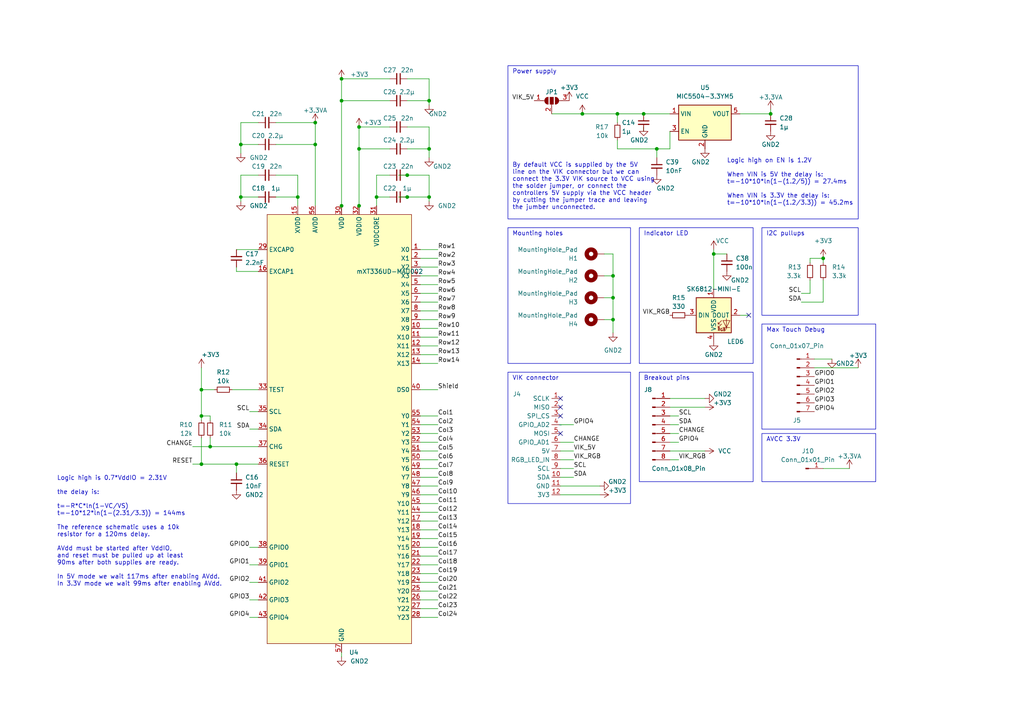
<source format=kicad_sch>
(kicad_sch (version 20250114) (generator "eeschema") (generator_version "9.0")
  (paper "A4")
  (title_block (title "Trackpad") (date "2023-12-08") (rev "1") (company "George Norton"))
  (lib_symbols
    (symbol "Connector:Conn_01x01_Pin" (pin_names (offset 1.016) (hide yes))
      (property "Reference" "J" (at 0 2.54 0))
      (property "Value" "Conn_01x01_Pin" (at 0 -2.54 0))
      (symbol "Conn_01x01_Pin_1_1"
        (rectangle (start 0.8636 0.127) (end 0 -0.127) (stroke (width 0.1524)) (fill (type outline)))
        (polyline (pts (xy 1.27 0) (xy 0.8636 0)) (stroke (width 0.1524)))
        (pin passive line (at 5.08 0 180) (length 3.81) (name "Pin_1") (number "1"))
      )
    )
    (symbol "Connector:Conn_01x07_Pin" (pin_names (offset 1.016) (hide yes))
      (property "Reference" "J" (at 0 10.16 0))
      (property "Value" "Conn_01x07_Pin" (at 0 -10.16 0))
      (symbol "Conn_01x07_Pin_1_1"
        (rectangle (start 0.8636 7.747) (end 0 7.493) (stroke (width 0.1524)) (fill (type outline)))
        (rectangle (start 0.8636 5.207) (end 0 4.953) (stroke (width 0.1524)) (fill (type outline)))
        (rectangle (start 0.8636 2.667) (end 0 2.413) (stroke (width 0.1524)) (fill (type outline)))
        (rectangle (start 0.8636 0.127) (end 0 -0.127) (stroke (width 0.1524)) (fill (type outline)))
        (rectangle (start 0.8636 -2.413) (end 0 -2.667) (stroke (width 0.1524)) (fill (type outline)))
        (rectangle (start 0.8636 -4.953) (end 0 -5.207) (stroke (width 0.1524)) (fill (type outline)))
        (rectangle (start 0.8636 -7.493) (end 0 -7.747) (stroke (width 0.1524)) (fill (type outline)))
        (polyline (pts (xy 1.27 7.62) (xy 0.8636 7.62)) (stroke (width 0.1524)))
        (polyline (pts (xy 1.27 5.08) (xy 0.8636 5.08)) (stroke (width 0.1524)))
        (polyline (pts (xy 1.27 2.54) (xy 0.8636 2.54)) (stroke (width 0.1524)))
        (polyline (pts (xy 1.27 0) (xy 0.8636 0)) (stroke (width 0.1524)))
        (polyline (pts (xy 1.27 -2.54) (xy 0.8636 -2.54)) (stroke (width 0.1524)))
        (polyline (pts (xy 1.27 -5.08) (xy 0.8636 -5.08)) (stroke (width 0.1524)))
        (polyline (pts (xy 1.27 -7.62) (xy 0.8636 -7.62)) (stroke (width 0.1524)))
        (pin passive line (at 5.08 7.62 180) (length 3.81) (name "Pin_1") (number "1"))
        (pin passive line (at 5.08 5.08 180) (length 3.81) (name "Pin_2") (number "2"))
        (pin passive line (at 5.08 2.54 180) (length 3.81) (name "Pin_3") (number "3"))
        (pin passive line (at 5.08 0 180) (length 3.81) (name "Pin_4") (number "4"))
        (pin passive line (at 5.08 -2.54 180) (length 3.81) (name "Pin_5") (number "5"))
        (pin passive line (at 5.08 -5.08 180) (length 3.81) (name "Pin_6") (number "6"))
        (pin passive line (at 5.08 -7.62 180) (length 3.81) (name "Pin_7") (number "7"))
      )
    )
    (symbol "Connector:Conn_01x08_Pin" (pin_names (offset 1.016) (hide yes))
      (property "Reference" "J" (at 0 10.16 0))
      (property "Value" "Conn_01x08_Pin" (at 0 -12.7 0))
      (symbol "Conn_01x08_Pin_1_1"
        (rectangle (start 0.8636 7.747) (end 0 7.493) (stroke (width 0.1524)) (fill (type outline)))
        (rectangle (start 0.8636 5.207) (end 0 4.953) (stroke (width 0.1524)) (fill (type outline)))
        (rectangle (start 0.8636 2.667) (end 0 2.413) (stroke (width 0.1524)) (fill (type outline)))
        (rectangle (start 0.8636 0.127) (end 0 -0.127) (stroke (width 0.1524)) (fill (type outline)))
        (rectangle (start 0.8636 -2.413) (end 0 -2.667) (stroke (width 0.1524)) (fill (type outline)))
        (rectangle (start 0.8636 -4.953) (end 0 -5.207) (stroke (width 0.1524)) (fill (type outline)))
        (rectangle (start 0.8636 -7.493) (end 0 -7.747) (stroke (width 0.1524)) (fill (type outline)))
        (rectangle (start 0.8636 -10.033) (end 0 -10.287) (stroke (width 0.1524)) (fill (type outline)))
        (polyline (pts (xy 1.27 7.62) (xy 0.8636 7.62)) (stroke (width 0.1524)))
        (polyline (pts (xy 1.27 5.08) (xy 0.8636 5.08)) (stroke (width 0.1524)))
        (polyline (pts (xy 1.27 2.54) (xy 0.8636 2.54)) (stroke (width 0.1524)))
        (polyline (pts (xy 1.27 0) (xy 0.8636 0)) (stroke (width 0.1524)))
        (polyline (pts (xy 1.27 -2.54) (xy 0.8636 -2.54)) (stroke (width 0.1524)))
        (polyline (pts (xy 1.27 -5.08) (xy 0.8636 -5.08)) (stroke (width 0.1524)))
        (polyline (pts (xy 1.27 -7.62) (xy 0.8636 -7.62)) (stroke (width 0.1524)))
        (polyline (pts (xy 1.27 -10.16) (xy 0.8636 -10.16)) (stroke (width 0.1524)))
        (pin passive line (at 5.08 7.62 180) (length 3.81) (name "Pin_1") (number "1"))
        (pin passive line (at 5.08 5.08 180) (length 3.81) (name "Pin_2") (number "2"))
        (pin passive line (at 5.08 2.54 180) (length 3.81) (name "Pin_3") (number "3"))
        (pin passive line (at 5.08 0 180) (length 3.81) (name "Pin_4") (number "4"))
        (pin passive line (at 5.08 -2.54 180) (length 3.81) (name "Pin_5") (number "5"))
        (pin passive line (at 5.08 -5.08 180) (length 3.81) (name "Pin_6") (number "6"))
        (pin passive line (at 5.08 -7.62 180) (length 3.81) (name "Pin_7") (number "7"))
        (pin passive line (at 5.08 -10.16 180) (length 3.81) (name "Pin_8") (number "8"))
      )
    )
    (symbol "Device:C_Small" (pin_numbers (hide yes)) (pin_names (offset 0.254) (hide yes))
      (property "Reference" "C" (at 0.254 1.778 0))
      (property "Value" "C_Small" (at 0.254 -2.032 0))
      (symbol "C_Small_0_1"
        (polyline (pts (xy -1.524 0.508) (xy 1.524 0.508)) (stroke (width 0.3048)))
        (polyline (pts (xy -1.524 -0.508) (xy 1.524 -0.508)) (stroke (width 0.3302)))
      )
      (symbol "C_Small_1_1"
        (pin passive line (at 0 2.54 270) (length 2.032) (name "~") (number "1"))
        (pin passive line (at 0 -2.54 90) (length 2.032) (name "~") (number "2"))
      )
    )
    (symbol "Device:R_Small" (pin_numbers (hide yes)) (pin_names (offset 0.254) (hide yes))
      (property "Reference" "R" (at 0.762 0.508 0))
      (property "Value" "R_Small" (at 0.762 -1.016 0))
      (symbol "R_Small_0_1"
        (rectangle (start -0.762 1.778) (end 0.762 -1.778) (stroke (width 0.2032)))
      )
      (symbol "R_Small_1_1"
        (pin passive line (at 0 2.54 270) (length 0.762) (name "~") (number "1"))
        (pin passive line (at 0 -2.54 90) (length 0.762) (name "~") (number "2"))
      )
    )
    (symbol "Jumper:SolderJumper_3_Open" (pin_names (offset 0) (hide yes))
      (property "Reference" "JP" (at -2.54 -2.54 0))
      (property "Value" "SolderJumper_3_Open" (at 0 2.794 0))
      (symbol "SolderJumper_3_Open_0_1"
        (polyline (pts (xy -2.54 0) (xy -2.032 0)))
        (polyline (pts (xy -1.016 1.016) (xy -1.016 -1.016)))
        (arc (start -1.016 -1.016) (mid -2.0276 0) (end -1.016 1.016))
        (arc (start -1.016 -1.016) (mid -2.0276 0) (end -1.016 1.016) (fill (type outline)))
        (rectangle (start -0.508 1.016) (end 0.508 -1.016) (fill (type outline)))
        (polyline (pts (xy 0 -1.27) (xy 0 -1.016)))
        (arc (start 1.016 1.016) (mid 2.0276 0) (end 1.016 -1.016))
        (arc (start 1.016 1.016) (mid 2.0276 0) (end 1.016 -1.016) (fill (type outline)))
        (polyline (pts (xy 1.016 1.016) (xy 1.016 -1.016)))
        (polyline (pts (xy 2.54 0) (xy 2.032 0)))
      )
      (symbol "SolderJumper_3_Open_1_1"
        (pin passive line (at -5.08 0 0) (length 2.54) (name "A") (number "1"))
        (pin passive line (at 0 -3.81 90) (length 2.54) (name "C") (number "2"))
        (pin passive line (at 5.08 0 180) (length 2.54) (name "B") (number "3"))
      )
    )
    (symbol "Marbastlib:SK6812MINI-E"
      (property "Reference" "LED" (at 2.54 6.35 0))
      (property "Value" "SK6812MINI-E" (at 7.62 -6.35 0))
      (symbol "SK6812MINI-E_0_0"
        (text "RGB" (at 2.286 -4.191 0) (effects (font (size 0.762 0.762))))
      )
      (symbol "SK6812MINI-E_0_1"
        (polyline (pts (xy 1.27 -2.54) (xy 1.778 -2.54)))
        (polyline (pts (xy 1.27 -3.556) (xy 1.778 -3.556)))
        (polyline (pts (xy 2.286 -1.524) (xy 1.27 -2.54) (xy 1.27 -2.032)))
        (polyline (pts (xy 2.286 -2.54) (xy 1.27 -3.556) (xy 1.27 -3.048)))
        (polyline (pts (xy 3.683 -1.016) (xy 3.683 -3.556) (xy 3.683 -4.064)))
        (polyline (pts (xy 4.699 -1.524) (xy 2.667 -1.524) (xy 3.683 -3.556) (xy 4.699 -1.524)))
        (polyline (pts (xy 4.699 -3.556) (xy 2.667 -3.556)))
        (rectangle (start 5.08 5.08) (end -5.08 -5.08) (stroke (width 0.254)) (fill (type background)))
      )
      (symbol "SK6812MINI-E_1_1"
        (pin input line (at -7.62 0 0) (length 2.54) (name "DIN") (number "3"))
        (pin power_in line (at 0 7.62 270) (length 2.54) (name "VDD") (number "1"))
        (pin power_in line (at 0 -7.62 90) (length 2.54) (name "VSS") (number "4"))
        (pin output line (at 7.62 0 180) (length 2.54) (name "DOUT") (number "2"))
      )
    )
    (symbol "MaxTouch:mXT336UD-MAU002"
      (property "Reference" "mXT336UD-MAU1" (at 2.1941 -64.77 0))
      (property "Value" "~" (at 13.97 45.72 0))
      (symbol "mXT336UD-MAU002_1_1"
        (rectangle (start -21.59 62.23) (end 20.32 -62.23) (fill (type background)))
        (pin power_in line (at -24.13 52.07 0) (length 2.54) (name "EXCAP0") (number "29"))
        (pin power_in line (at -24.13 45.72 0) (length 2.54) (name "EXCAP1") (number "16"))
        (pin unspecified line (at -24.13 11.43 0) (length 2.54) (name "TEST") (number "33"))
        (pin input line (at -24.13 5.08 0) (length 2.54) (name "SCL") (number "35"))
        (pin bidirectional line (at -24.13 0 0) (length 2.54) (name "SDA") (number "34"))
        (pin output line (at -24.13 -5.08 0) (length 2.54) (name "CHG") (number "37"))
        (pin input line (at -24.13 -10.16 0) (length 2.54) (name "RESET") (number "36"))
        (pin bidirectional line (at -24.13 -34.29 0) (length 2.54) (name "GPIO0") (number "38"))
        (pin bidirectional line (at -24.13 -39.37 0) (length 2.54) (name "GPIO1") (number "39"))
        (pin bidirectional line (at -24.13 -44.45 0) (length 2.54) (name "GPIO2") (number "41"))
        (pin bidirectional line (at -24.13 -49.53 0) (length 2.54) (name "GPIO3") (number "42"))
        (pin bidirectional line (at -24.13 -54.61 0) (length 2.54) (name "GPIO4") (number "43"))
        (pin power_in line (at -12.7 64.77 270) (length 2.54) (name "XVDD") (number "15"))
        (pin power_in line (at -7.62 64.77 270) (length 2.54) (name "AVDD") (number "56"))
        (pin power_in line (at 0 64.77 270) (length 2.54) (name "VDD") (number "30"))
        (pin power_in line (at 0 -64.77 90) (length 2.54) (name "GND") (number "57"))
        (pin power_in line (at 5.08 64.77 270) (length 2.54) (name "VDDIO") (number "32"))
        (pin power_in line (at 10.16 64.77 270) (length 2.54) (name "VDDCORE") (number "31"))
        (pin passive line (at 22.86 52.07 180) (length 2.54) (name "X0") (number "1"))
        (pin passive line (at 22.86 49.53 180) (length 2.54) (name "X1") (number "2"))
        (pin passive line (at 22.86 46.99 180) (length 2.54) (name "X2") (number "3"))
        (pin passive line (at 22.86 44.45 180) (length 2.54) (name "X3") (number "4"))
        (pin passive line (at 22.86 41.91 180) (length 2.54) (name "X4") (number "5"))
        (pin passive line (at 22.86 39.37 180) (length 2.54) (name "X5") (number "6"))
        (pin passive line (at 22.86 36.83 180) (length 2.54) (name "X6") (number "7"))
        (pin passive line (at 22.86 34.29 180) (length 2.54) (name "X7") (number "8"))
        (pin passive line (at 22.86 31.75 180) (length 2.54) (name "X8") (number "9"))
        (pin passive line (at 22.86 29.21 180) (length 2.54) (name "X9") (number "10"))
        (pin passive line (at 22.86 26.67 180) (length 2.54) (name "X10") (number "11"))
        (pin passive line (at 22.86 24.13 180) (length 2.54) (name "X11") (number "12"))
        (pin passive line (at 22.86 21.59 180) (length 2.54) (name "X12") (number "13"))
        (pin passive line (at 22.86 19.05 180) (length 2.54) (name "X13") (number "14"))
        (pin output line (at 22.86 11.43 180) (length 2.54) (name "DS0") (number "40"))
        (pin passive line (at 22.86 3.81 180) (length 2.54) (name "Y0") (number "55"))
        (pin passive line (at 22.86 1.27 180) (length 2.54) (name "Y1") (number "54"))
        (pin passive line (at 22.86 -1.27 180) (length 2.54) (name "Y2") (number "53"))
        (pin passive line (at 22.86 -3.81 180) (length 2.54) (name "Y3") (number "52"))
        (pin passive line (at 22.86 -6.35 180) (length 2.54) (name "Y4") (number "51"))
        (pin passive line (at 22.86 -8.89 180) (length 2.54) (name "Y5") (number "50"))
        (pin passive line (at 22.86 -11.43 180) (length 2.54) (name "Y6") (number "49"))
        (pin passive line (at 22.86 -13.97 180) (length 2.54) (name "Y7") (number "48"))
        (pin passive line (at 22.86 -16.51 180) (length 2.54) (name "Y8") (number "47"))
        (pin passive line (at 22.86 -19.05 180) (length 2.54) (name "Y9") (number "46"))
        (pin passive line (at 22.86 -21.59 180) (length 2.54) (name "Y10") (number "45"))
        (pin passive line (at 22.86 -24.13 180) (length 2.54) (name "Y11") (number "44"))
        (pin passive line (at 22.86 -26.67 180) (length 2.54) (name "Y12") (number "17"))
        (pin passive line (at 22.86 -29.21 180) (length 2.54) (name "Y13") (number "18"))
        (pin passive line (at 22.86 -31.75 180) (length 2.54) (name "Y14") (number "19"))
        (pin passive line (at 22.86 -34.29 180) (length 2.54) (name "Y15") (number "20"))
        (pin passive line (at 22.86 -36.83 180) (length 2.54) (name "Y16") (number "21"))
        (pin passive line (at 22.86 -39.37 180) (length 2.54) (name "Y17") (number "22"))
        (pin passive line (at 22.86 -41.91 180) (length 2.54) (name "Y18") (number "23"))
        (pin passive line (at 22.86 -44.45 180) (length 2.54) (name "Y19") (number "24"))
        (pin passive line (at 22.86 -46.99 180) (length 2.54) (name "Y20") (number "25"))
        (pin passive line (at 22.86 -49.53 180) (length 2.54) (name "Y21") (number "26"))
        (pin passive line (at 22.86 -52.07 180) (length 2.54) (name "Y22") (number "27"))
        (pin passive line (at 22.86 -54.61 180) (length 2.54) (name "Y23") (number "28"))
      )
    )
    (symbol "Mechanical:MountingHole_Pad" (pin_numbers (hide yes)) (pin_names (offset 1.016) (hide yes))
      (property "Reference" "H" (at 0 6.35 0))
      (property "Value" "MountingHole_Pad" (at 0 4.445 0))
      (symbol "MountingHole_Pad_0_1"
        (circle (center 0 1.27) (radius 1.27) (stroke (width 1.27)))
      )
      (symbol "MountingHole_Pad_1_1"
        (pin input line (at 0 -2.54 90) (length 2.54) (name "1") (number "1"))
      )
    )
    (symbol "Regulator_Linear:MIC5504-3.3YM5"
      (property "Reference" "U" (at -7.62 8.89 0))
      (property "Value" "MIC5504-3.3YM5" (at -7.62 6.35 0))
      (symbol "MIC5504-3.3YM5_0_1"
        (rectangle (start -7.62 -5.08) (end 7.62 5.08) (stroke (width 0.254)) (fill (type background)))
      )
      (symbol "MIC5504-3.3YM5_1_1"
        (pin power_in line (at -10.16 2.54 0) (length 2.54) (name "VIN") (number "1"))
        (pin input line (at -10.16 -2.54 0) (length 2.54) (name "EN") (number "3"))
        (pin power_in line (at 0 -7.62 90) (length 2.54) (name "GND") (number "2"))
        (pin no_connect line (at 7.62 -2.54 180) (length 2.54) (hide yes) (name "NC") (number "4"))
        (pin power_out line (at 10.16 2.54 180) (length 2.54) (name "VOUT") (number "5"))
      )
    )
    (symbol "Vik:vik-module-connector"
      (property "Reference" "J" (at 0 17.78 0))
      (symbol "vik-module-connector_1_1"
        (pin input line (at 0 13.97 0) (length 2.54) (name "SCLK") (number "1"))
        (pin input line (at 0 11.43 0) (length 2.54) (name "MISO") (number "2"))
        (pin input line (at 0 8.89 0) (length 2.54) (name "SPI_CS") (number "3"))
        (pin input line (at 0 6.35 0) (length 2.54) (name "GPIO_AD2") (number "4"))
        (pin input line (at 0 3.81 0) (length 2.54) (name "MOSI") (number "5"))
        (pin input line (at 0 1.27 0) (length 2.54) (name "GPIO_AD1") (number "6"))
        (pin power_in line (at 0 -1.27 0) (length 2.54) (name "5V") (number "7"))
        (pin input line (at 0 -3.81 0) (length 2.54) (name "RGB_LED_IN") (number "8"))
        (pin input line (at 0 -6.35 0) (length 2.54) (name "SCL") (number "9"))
        (pin input line (at 0 -8.89 0) (length 2.54) (name "SDA") (number "10"))
        (pin power_in line (at 0 -11.43 0) (length 2.54) (name "GND") (number "11"))
        (pin power_in line (at 0 -13.97 0) (length 2.54) (name "3V3") (number "12"))
      )
    )
    (symbol "power:+3.3VA" (power) (pin_names (offset 0))
      (property "Value" "+3.3VA" (at 0 3.556 0))
      (symbol "+3.3VA_0_1"
        (polyline (pts (xy -0.762 1.27) (xy 0 2.54)))
        (polyline (pts (xy 0 2.54) (xy 0.762 1.27)))
        (polyline (pts (xy 0 0) (xy 0 2.54)))
      )
      (symbol "+3.3VA_1_1"
        (pin power_in line (at 0 0 90) (length 0) (hide yes) (name "+3.3VA") (number "1"))
      )
    )
    (symbol "power:+3V3" (power) (pin_names (offset 0))
      (property "Value" "+3V3" (at 0 3.556 0))
      (symbol "+3V3_0_1"
        (polyline (pts (xy -0.762 1.27) (xy 0 2.54)))
        (polyline (pts (xy 0 2.54) (xy 0.762 1.27)))
        (polyline (pts (xy 0 0) (xy 0 2.54)))
      )
      (symbol "+3V3_1_1"
        (pin power_in line (at 0 0 90) (length 0) (hide yes) (name "+3V3") (number "1"))
      )
    )
    (symbol "power:GND2" (power) (pin_names (offset 0))
      (property "Value" "GND2" (at 0 -3.81 0))
      (symbol "GND2_0_1"
        (polyline (pts (xy 0 0) (xy 0 -1.27) (xy 1.27 -1.27) (xy 0 -2.54) (xy -1.27 -1.27) (xy 0 -1.27)))
      )
      (symbol "GND2_1_1"
        (pin power_in line (at 0 0 270) (length 0) (hide yes) (name "GND2") (number "1"))
      )
    )
    (symbol "power:VCC" (power) (pin_names (offset 0))
      (property "Value" "VCC" (at 0 3.81 0))
      (symbol "VCC_0_1"
        (polyline (pts (xy -0.762 1.27) (xy 0 2.54)))
        (polyline (pts (xy 0 2.54) (xy 0.762 1.27)))
        (polyline (pts (xy 0 0) (xy 0 2.54)))
      )
      (symbol "VCC_1_1"
        (pin power_in line (at 0 0 90) (length 0) (hide yes) (name "VCC") (number "1"))
      )
    )
  )
  (rectangle (start 220.98 125.73) (end 254 139.7))
  (rectangle (start 147.32 19.05) (end 248.92 63.5))
  (rectangle (start 185.42 66.04) (end 218.44 105.41))
  (rectangle (start 185.42 107.95) (end 218.44 139.7))
  (rectangle (start 220.98 93.98) (end 254 124.46))
  (rectangle (start 147.32 107.95) (end 182.88 146.05))
  (rectangle (start 220.98 66.04) (end 248.92 91.44))
  (rectangle (start 147.32 66.04) (end 182.88 105.41))
  (text "Indicator LED" (at 186.69 68.58 0) (effects (font (size 1.27 1.27)) (justify left bottom)))
  (text "Mounting holes" (at 148.59 68.58 0) (effects (font (size 1.27 1.27)) (justify left bottom)))
  (text "By default VCC is supplied by the 5V\nline on the VIK connector but we can\nconnect the 3.3V VIK source to VCC using\nthe solder jumper, or connect the\ncontrollers 5V supply via the VCC header\nby cutting the jumper trace and leaving\nthe jumber unconnected." (at 148.59 60.96 0) (effects (font (size 1.27 1.27)) (justify left bottom)))
  (text "Logic high is 0.7*VddIO = 2.31V\n\nthe delay is:\n\nt=-R*C*ln(1-VC/VS)\nt=-10*12*ln(1-(2.31/3.3)) = 144ms\n\nThe reference schematic uses a 10k\nresistor for a 120ms delay.\n\nAVdd must be started after VddIO,\nand reset must be pulled up at least\n90ms after both supplies are ready.\n\nIn 5V mode we wait 117ms after enabling AVdd.\nIn 3.3V mode we wait 99ms after enabling AVdd." (at 16.51 170.18 0) (effects (font (size 1.27 1.27)) (justify left bottom)))
  (text "I2C pullups" (at 222.25 68.58 0) (effects (font (size 1.27 1.27)) (justify left bottom)))
  (text "Power supply" (at 148.59 21.59 0) (effects (font (size 1.27 1.27)) (justify left bottom)))
  (text "Logic high on EN is 1.2V\n\nWhen VIN is 5V the delay is:\nt=-10*10*ln(1-(1.2/5)) = 27.4ms\n\nWhen VIN is 3.3V the delay is:\nt=-10*10*ln(1-(1.2/3.3)) = 45.2ms" (at 210.82 59.69 0) (effects (font (size 1.27 1.27)) (justify left bottom)))
  (text "VIK connector" (at 148.59 110.49 0) (effects (font (size 1.27 1.27)) (justify left bottom)))
  (text "Breakout pins" (at 186.69 110.49 0) (effects (font (size 1.27 1.27)) (justify left bottom)))
  (text "AVCC 3.3V" (at 222.25 128.27 0) (effects (font (size 1.27 1.27)) (justify left bottom)))
  (text "Max Touch Debug" (at 222.25 96.52 0) (effects (font (size 1.27 1.27)) (justify left bottom)))
  (junction (at 168.91 33.02))
  (junction (at 124.46 43.18))
  (junction (at 58.42 120.65))
  (junction (at 58.42 113.03))
  (junction (at 223.52 33.02))
  (junction (at 69.85 57.15))
  (junction (at 177.8 80.01))
  (junction (at 58.42 134.62))
  (junction (at 104.14 59.69))
  (junction (at 118.11 50.8))
  (junction (at 86.36 57.15))
  (junction (at 177.8 92.71))
  (junction (at 99.06 22.86))
  (junction (at 177.8 86.36))
  (junction (at 190.5 43.18))
  (junction (at 91.44 35.56))
  (junction (at 207.01 73.66))
  (junction (at 104.14 43.18))
  (junction (at 186.69 33.02))
  (junction (at 68.58 134.62))
  (junction (at 238.76 74.93))
  (junction (at 91.44 41.91))
  (junction (at 104.14 36.83))
  (junction (at 60.96 129.54))
  (junction (at 118.11 57.15))
  (junction (at 99.06 29.21))
  (junction (at 124.46 29.21))
  (junction (at 124.46 57.15))
  (junction (at 179.07 33.02))
  (junction (at 69.85 41.91))
  (junction (at 99.06 59.69))
  (junction (at 109.22 57.15))
  (no_connect (at 162.56 120.65))
  (no_connect (at 162.56 125.73))
  (no_connect (at 162.56 115.57))
  (no_connect (at 217.17 91.44))
  (no_connect (at 162.56 118.11))
  (wire (pts (xy 121.92 176.53) (xy 127 176.53)))
  (wire (pts (xy 99.06 60.96) (xy 99.06 59.69)))
  (wire (pts (xy 190.5 43.18) (xy 190.5 45.72)))
  (wire (pts (xy 177.8 80.01) (xy 177.8 86.36)))
  (wire (pts (xy 121.92 130.81) (xy 127 130.81)))
  (wire (pts (xy 121.92 143.51) (xy 127 143.51)))
  (wire (pts (xy 91.44 35.56) (xy 80.01 35.56)))
  (wire (pts (xy 86.36 50.8) (xy 80.01 50.8)))
  (wire (pts (xy 67.31 113.03) (xy 74.93 113.03)))
  (wire (pts (xy 186.69 33.02) (xy 194.31 33.02)))
  (wire (pts (xy 121.92 100.33) (xy 127 100.33)))
  (wire (pts (xy 121.92 82.55) (xy 127 82.55)))
  (wire (pts (xy 118.11 43.18) (xy 124.46 43.18)))
  (wire (pts (xy 121.92 90.17) (xy 127 90.17)))
  (wire (pts (xy 121.92 146.05) (xy 127 146.05)))
  (wire (pts (xy 118.11 57.15) (xy 124.46 57.15)))
  (wire (pts (xy 121.92 166.37) (xy 127 166.37)))
  (wire (pts (xy 72.39 158.75) (xy 74.93 158.75)))
  (wire (pts (xy 214.63 33.02) (xy 223.52 33.02)))
  (wire (pts (xy 162.56 135.89) (xy 166.37 135.89)))
  (wire (pts (xy 207.01 73.66) (xy 207.01 83.82)))
  (wire (pts (xy 121.92 138.43) (xy 127 138.43)))
  (wire (pts (xy 60.96 121.92) (xy 60.96 120.65)))
  (wire (pts (xy 124.46 29.21) (xy 124.46 30.48)))
  (wire (pts (xy 234.95 76.2) (xy 234.95 74.93)))
  (wire (pts (xy 74.93 50.8) (xy 69.85 50.8)))
  (wire (pts (xy 58.42 120.65) (xy 58.42 121.92)))
  (wire (pts (xy 58.42 113.03) (xy 62.23 113.03)))
  (wire (pts (xy 179.07 40.64) (xy 179.07 43.18)))
  (wire (pts (xy 168.91 33.02) (xy 179.07 33.02)))
  (wire (pts (xy 86.36 59.69) (xy 86.36 57.15)))
  (wire (pts (xy 99.06 29.21) (xy 113.03 29.21)))
  (wire (pts (xy 124.46 22.86) (xy 124.46 29.21)))
  (wire (pts (xy 238.76 74.93) (xy 238.76 76.2)))
  (wire (pts (xy 204.47 130.81) (xy 194.31 130.81)))
  (wire (pts (xy 86.36 57.15) (xy 86.36 50.8)))
  (wire (pts (xy 91.44 41.91) (xy 91.44 59.69)))
  (wire (pts (xy 194.31 38.1) (xy 194.31 43.18)))
  (wire (pts (xy 121.92 156.21) (xy 127 156.21)))
  (wire (pts (xy 99.06 29.21) (xy 99.06 22.86)))
  (wire (pts (xy 204.47 118.11) (xy 194.31 118.11)))
  (wire (pts (xy 104.14 60.96) (xy 104.14 59.69)))
  (wire (pts (xy 60.96 129.54) (xy 60.96 127)))
  (wire (pts (xy 69.85 35.56) (xy 69.85 41.91)))
  (wire (pts (xy 241.3 104.14) (xy 236.22 104.14)))
  (wire (pts (xy 124.46 57.15) (xy 124.46 58.42)))
  (wire (pts (xy 104.14 36.83) (xy 113.03 36.83)))
  (wire (pts (xy 104.14 43.18) (xy 113.03 43.18)))
  (wire (pts (xy 121.92 123.19) (xy 127 123.19)))
  (wire (pts (xy 118.11 50.8) (xy 124.46 50.8)))
  (wire (pts (xy 124.46 43.18) (xy 124.46 45.72)))
  (wire (pts (xy 109.22 50.8) (xy 113.03 50.8)))
  (wire (pts (xy 175.26 92.71) (xy 177.8 92.71)))
  (wire (pts (xy 177.8 86.36) (xy 177.8 92.71)))
  (wire (pts (xy 99.06 190.5) (xy 99.06 189.23)))
  (wire (pts (xy 121.92 77.47) (xy 127 77.47)))
  (wire (pts (xy 204.47 115.57) (xy 194.31 115.57)))
  (wire (pts (xy 121.92 171.45) (xy 127 171.45)))
  (wire (pts (xy 175.26 86.36) (xy 177.8 86.36)))
  (wire (pts (xy 58.42 113.03) (xy 58.42 120.65)))
  (wire (pts (xy 69.85 57.15) (xy 74.93 57.15)))
  (wire (pts (xy 121.92 125.73) (xy 127 125.73)))
  (wire (pts (xy 196.85 125.73) (xy 194.31 125.73)))
  (wire (pts (xy 55.88 129.54) (xy 60.96 129.54)))
  (wire (pts (xy 196.85 133.35) (xy 194.31 133.35)))
  (wire (pts (xy 166.37 130.81) (xy 162.56 130.81)))
  (wire (pts (xy 118.11 29.21) (xy 124.46 29.21)))
  (wire (pts (xy 238.76 87.63) (xy 238.76 81.28)))
  (wire (pts (xy 68.58 78.74) (xy 68.58 77.47)))
  (wire (pts (xy 162.56 133.35) (xy 166.37 133.35)))
  (wire (pts (xy 121.92 161.29) (xy 127 161.29)))
  (wire (pts (xy 121.92 72.39) (xy 127 72.39)))
  (wire (pts (xy 121.92 140.97) (xy 127 140.97)))
  (wire (pts (xy 196.85 128.27) (xy 194.31 128.27)))
  (wire (pts (xy 121.92 158.75) (xy 127 158.75)))
  (wire (pts (xy 124.46 50.8) (xy 124.46 57.15)))
  (wire (pts (xy 179.07 33.02) (xy 179.07 35.56)))
  (wire (pts (xy 121.92 133.35) (xy 127 133.35)))
  (wire (pts (xy 72.39 173.99) (xy 74.93 173.99)))
  (wire (pts (xy 99.06 22.86) (xy 113.03 22.86)))
  (wire (pts (xy 121.92 151.13) (xy 127 151.13)))
  (wire (pts (xy 72.39 179.07) (xy 74.93 179.07)))
  (wire (pts (xy 80.01 57.15) (xy 86.36 57.15)))
  (wire (pts (xy 104.14 43.18) (xy 104.14 36.83)))
  (wire (pts (xy 69.85 50.8) (xy 69.85 57.15)))
  (wire (pts (xy 173.99 143.51) (xy 162.56 143.51)))
  (wire (pts (xy 121.92 92.71) (xy 127 92.71)))
  (wire (pts (xy 121.92 135.89) (xy 127 135.89)))
  (wire (pts (xy 177.8 92.71) (xy 177.8 96.52)))
  (wire (pts (xy 234.95 85.09) (xy 234.95 81.28)))
  (wire (pts (xy 173.99 140.97) (xy 162.56 140.97)))
  (wire (pts (xy 196.85 120.65) (xy 194.31 120.65)))
  (wire (pts (xy 91.44 35.56) (xy 91.44 41.91)))
  (wire (pts (xy 104.14 43.18) (xy 104.14 59.69)))
  (wire (pts (xy 177.8 73.66) (xy 177.8 80.01)))
  (wire (pts (xy 55.88 134.62) (xy 58.42 134.62)))
  (wire (pts (xy 109.22 59.69) (xy 109.22 57.15)))
  (wire (pts (xy 72.39 168.91) (xy 74.93 168.91)))
  (wire (pts (xy 74.93 124.46) (xy 72.39 124.46)))
  (wire (pts (xy 80.01 41.91) (xy 91.44 41.91)))
  (wire (pts (xy 121.92 179.07) (xy 127 179.07)))
  (wire (pts (xy 121.92 153.67) (xy 127 153.67)))
  (wire (pts (xy 68.58 134.62) (xy 68.58 137.16)))
  (wire (pts (xy 121.92 168.91) (xy 127 168.91)))
  (wire (pts (xy 238.76 135.89) (xy 246.38 135.89)))
  (wire (pts (xy 248.92 106.68) (xy 236.22 106.68)))
  (wire (pts (xy 232.41 87.63) (xy 238.76 87.63)))
  (wire (pts (xy 121.92 148.59) (xy 127 148.59)))
  (wire (pts (xy 234.95 74.93) (xy 238.76 74.93)))
  (wire (pts (xy 179.07 43.18) (xy 190.5 43.18)))
  (wire (pts (xy 232.41 85.09) (xy 234.95 85.09)))
  (wire (pts (xy 162.56 138.43) (xy 166.37 138.43)))
  (wire (pts (xy 115.57 50.8) (xy 118.11 50.8)))
  (wire (pts (xy 58.42 127) (xy 58.42 134.62)))
  (wire (pts (xy 121.92 105.41) (xy 127 105.41)))
  (wire (pts (xy 175.26 80.01) (xy 177.8 80.01)))
  (wire (pts (xy 68.58 72.39) (xy 74.93 72.39)))
  (wire (pts (xy 69.85 41.91) (xy 69.85 44.45)))
  (wire (pts (xy 121.92 128.27) (xy 127 128.27)))
  (wire (pts (xy 121.92 87.63) (xy 127 87.63)))
  (wire (pts (xy 121.92 173.99) (xy 127 173.99)))
  (wire (pts (xy 121.92 97.79) (xy 127 97.79)))
  (wire (pts (xy 118.11 22.86) (xy 124.46 22.86)))
  (wire (pts (xy 166.37 123.19) (xy 162.56 123.19)))
  (wire (pts (xy 74.93 35.56) (xy 69.85 35.56)))
  (wire (pts (xy 121.92 74.93) (xy 127 74.93)))
  (wire (pts (xy 109.22 57.15) (xy 113.03 57.15)))
  (wire (pts (xy 72.39 163.83) (xy 74.93 163.83)))
  (wire (pts (xy 121.92 113.03) (xy 127 113.03)))
  (wire (pts (xy 109.22 57.15) (xy 109.22 50.8)))
  (wire (pts (xy 121.92 102.87) (xy 127 102.87)))
  (wire (pts (xy 69.85 57.15) (xy 69.85 58.42)))
  (wire (pts (xy 121.92 163.83) (xy 127 163.83)))
  (wire (pts (xy 160.02 33.02) (xy 168.91 33.02)))
  (wire (pts (xy 58.42 106.68) (xy 58.42 113.03)))
  (wire (pts (xy 179.07 33.02) (xy 186.69 33.02)))
  (wire (pts (xy 74.93 119.38) (xy 72.39 119.38)))
  (wire (pts (xy 196.85 123.19) (xy 194.31 123.19)))
  (wire (pts (xy 186.69 36.83) (xy 186.69 38.1)))
  (wire (pts (xy 207.01 73.66) (xy 210.82 73.66)))
  (wire (pts (xy 60.96 120.65) (xy 58.42 120.65)))
  (wire (pts (xy 207.01 72.39) (xy 207.01 73.66)))
  (wire (pts (xy 121.92 80.01) (xy 127 80.01)))
  (wire (pts (xy 58.42 134.62) (xy 68.58 134.62)))
  (wire (pts (xy 74.93 78.74) (xy 68.58 78.74)))
  (wire (pts (xy 223.52 31.75) (xy 223.52 33.02)))
  (wire (pts (xy 214.63 91.44) (xy 217.17 91.44)))
  (wire (pts (xy 162.56 128.27) (xy 166.37 128.27)))
  (wire (pts (xy 121.92 85.09) (xy 127 85.09)))
  (wire (pts (xy 74.93 41.91) (xy 69.85 41.91)))
  (wire (pts (xy 121.92 120.65) (xy 127 120.65)))
  (wire (pts (xy 175.26 73.66) (xy 177.8 73.66)))
  (wire (pts (xy 124.46 36.83) (xy 124.46 43.18)))
  (wire (pts (xy 121.92 95.25) (xy 127 95.25)))
  (wire (pts (xy 99.06 29.21) (xy 99.06 59.69)))
  (wire (pts (xy 60.96 129.54) (xy 74.93 129.54)))
  (wire (pts (xy 115.57 57.15) (xy 118.11 57.15)))
  (wire (pts (xy 118.11 36.83) (xy 124.46 36.83)))
  (wire (pts (xy 190.5 43.18) (xy 194.31 43.18)))
  (wire (pts (xy 68.58 134.62) (xy 74.93 134.62)))
  (label "Col20" (at 127 168.91 0))
  (label "VIK_5V" (at 154.94 29.21 180))
  (label "GPIO0" (at 236.22 109.22 0))
  (label "Row1" (at 127 72.39 0))
  (label "Col24" (at 127 179.07 0))
  (label "Col3" (at 127 125.73 0))
  (label "Row14" (at 127 105.41 0))
  (label "Row10" (at 127 95.25 0))
  (label "CHANGE" (at 196.85 125.73 0))
  (label "SCL" (at 72.39 119.38 180))
  (label "SCL" (at 166.37 135.89 0))
  (label "Col5" (at 127 130.81 0))
  (label "Col17" (at 127 161.29 0))
  (label "Shield" (at 127 113.03 0))
  (label "Col22" (at 127 173.99 0))
  (label "Row7" (at 127 87.63 0))
  (label "Row4" (at 127 80.01 0))
  (label "Col12" (at 127 148.59 0))
  (label "Col19" (at 127 166.37 0))
  (label "Col15" (at 127 156.21 0))
  (label "SDA" (at 232.41 87.63 180))
  (label "SDA" (at 166.37 138.43 0))
  (label "SDA" (at 72.39 124.46 180))
  (label "Col14" (at 127 153.67 0))
  (label "Row6" (at 127 85.09 0))
  (label "Col7" (at 127 135.89 0))
  (label "GPIO2" (at 236.22 114.3 0))
  (label "GPIO4" (at 236.22 119.38 0))
  (label "Row3" (at 127 77.47 0))
  (label "Row11" (at 127 97.79 0))
  (label "SDA" (at 196.85 123.19 0))
  (label "GPIO0" (at 72.39 158.75 180))
  (label "RESET" (at 55.88 134.62 180))
  (label "Col1" (at 127 120.65 0))
  (label "GPIO4" (at 196.85 128.27 0))
  (label "SCL" (at 196.85 120.65 0))
  (label "GPIO3" (at 236.22 116.84 0))
  (label "CHANGE" (at 166.37 128.27 0))
  (label "GPIO3" (at 72.39 173.99 180))
  (label "Row8" (at 127 90.17 0))
  (label "Col8" (at 127 138.43 0))
  (label "Col2" (at 127 123.19 0))
  (label "VIK_RGB" (at 166.37 133.35 0))
  (label "VIK_5V" (at 166.37 130.81 0))
  (label "SCL" (at 232.41 85.09 180))
  (label "GPIO2" (at 72.39 168.91 180))
  (label "Row9" (at 127 92.71 0))
  (label "Col13" (at 127 151.13 0))
  (label "CHANGE" (at 55.88 129.54 180))
  (label "Col10" (at 127 143.51 0))
  (label "Col4" (at 127 128.27 0))
  (label "Col11" (at 127 146.05 0))
  (label "VIK_RGB" (at 194.31 91.44 180))
  (label "GPIO4" (at 72.39 179.07 180))
  (label "Col21" (at 127 171.45 0))
  (label "Row13" (at 127 102.87 0))
  (label "GPIO4" (at 166.37 123.19 0))
  (label "Col6" (at 127 133.35 0))
  (label "Col23" (at 127 176.53 0))
  (label "Col16" (at 127 158.75 0))
  (label "Row2" (at 127 74.93 0))
  (label "Col18" (at 127 163.83 0))
  (label "Col9" (at 127 140.97 0))
  (label "Row12" (at 127 100.33 0))
  (label "GPIO1" (at 72.39 163.83 180))
  (label "GPIO1" (at 236.22 111.76 0))
  (label "VIK_RGB" (at 196.85 133.35 0))
  (label "Row5" (at 127 82.55 0))
  (symbol (lib_id "power:+3V3") (at 173.99 143.51 270) (mirror x) (unit 1)
    (property "Reference" "#PWR020" (effects (hide yes)))
    (property "Value" "+3V3" (at 179.07 142.24 90))
  )
  (symbol (lib_id "power:GND2") (at 173.99 140.97 90) (mirror x) (unit 1)
    (property "Reference" "#PWR012" (effects (hide yes)))
    (property "Value" "GND2" (at 179.07 139.7 90))
  )
  (symbol (lib_id "Device:R_Small") (at 234.95 78.74 0) (mirror y) (unit 1)
    (property "Reference" "R13" (at 232.41 77.47 0) (effects (justify left)))
    (property "Value" "3.3k" (at 232.41 80.01 0) (effects (justify left)))
    (property "Footprint" "Resistor_SMD:R_0402_1005Metric" (effects (hide yes)))
  )
  (symbol (lib_id "Mechanical:MountingHole_Pad") (at 172.72 86.36 90) (unit 1) (in_bom no)
    (property "Reference" "H3" (at 167.64 87.63 90) (effects (justify left)))
    (property "Value" "MountingHole_Pad" (at 167.64 85.09 90) (effects (justify left)))
    (property "Footprint" "MountingHole:MountingHole_3.2mm_M3_Pad_Via" (effects (hide yes)))
  )
  (symbol (lib_id "Connector:Conn_01x07_Pin") (at 231.14 111.76 0) (unit 1) (in_bom no)
    (property "Reference" "J5" (at 231.14 121.92 0))
    (property "Value" "Conn_01x07_Pin" (at 231.14 100.33 0))
    (property "Footprint" "Connector_PinHeader_1.27mm:PinHeader_1x07_P1.27mm_Vertical" (effects (hide yes)))
  )
  (symbol (lib_id "Connector:Conn_01x01_Pin") (at 233.68 135.89 0) (unit 1) (in_bom no)
    (property "Reference" "J10" (at 234.315 130.81 0))
    (property "Value" "Conn_01x01_Pin" (at 234.315 133.35 0))
    (property "Footprint" "Connector_PinHeader_1.27mm:PinHeader_1x01_P1.27mm_Vertical" (effects (hide yes)))
  )
  (symbol (lib_id "power:+3V3") (at 248.92 106.68 0) (mirror y) (unit 1)
    (property "Reference" "#PWR074" (effects (hide yes)))
    (property "Value" "+3V3" (at 248.92 103.124 0))
  )
  (symbol (lib_id "power:VCC") (at 168.91 33.02 0) (unit 1)
    (property "Reference" "#PWR075" (effects (hide yes)))
    (property "Value" "VCC" (at 168.91 27.94 0))
  )
  (symbol (lib_id "power:+3.3VA") (at 91.44 35.56 0) (unit 1)
    (property "Reference" "#PWR0101" (effects (hide yes)))
    (property "Value" "+3.3VA" (at 91.44 32.004 0))
  )
  (symbol (lib_id "Mechanical:MountingHole_Pad") (at 172.72 73.66 90) (unit 1) (in_bom no)
    (property "Reference" "H1" (at 167.64 74.93 90) (effects (justify left)))
    (property "Value" "MountingHole_Pad" (at 167.64 72.39 90) (effects (justify left)))
    (property "Footprint" "MountingHole:MountingHole_3.2mm_M3_Pad_Via" (effects (hide yes)))
  )
  (symbol (lib_id "Device:C_Small") (at 68.58 74.93 180) (unit 1)
    (property "Reference" "C17" (at 71.12 73.6536 0) (effects (justify right)))
    (property "Value" "2.2nF" (at 71.12 76.1936 0) (effects (justify right)))
    (property "Footprint" "Capacitor_SMD:C_0603_1608Metric" (effects (hide yes)))
    (property "LCSC" "C1604" (effects (hide yes)))
  )
  (symbol (lib_id "power:GND2") (at 210.82 78.74 0) (unit 1)
    (property "Reference" "#PWR084" (effects (hide yes)))
    (property "Value" "GND2" (at 214.63 81.28 0))
  )
  (symbol (lib_id "Device:C_Small") (at 115.57 29.21 270) (unit 1)
    (property "Reference" "C26" (at 113.03 26.67 90))
    (property "Value" "2.2µ" (at 118.11 26.67 90))
    (property "Footprint" "Capacitor_SMD:C_0402_1005Metric" (effects (hide yes)))
    (property "LCSC" "C12530" (effects (hide yes)))
  )
  (symbol (lib_id "power:+3.3VA") (at 246.38 135.89 0) (unit 1)
    (property "Reference" "#PWR066" (effects (hide yes)))
    (property "Value" "+3.3VA" (at 246.38 132.334 0))
  )
  (symbol (lib_id "power:GND2") (at 177.8 96.52 0) (unit 1)
    (property "Reference" "#PWR02" (effects (hide yes)))
    (property "Value" "GND2" (at 177.8 101.6 0))
  )
  (symbol (lib_id "Device:R_Small") (at 238.76 78.74 0) (unit 1)
    (property "Reference" "R14" (at 241.3 77.47 0) (effects (justify left)))
    (property "Value" "3.3k" (at 241.3 80.01 0) (effects (justify left)))
    (property "Footprint" "Resistor_SMD:R_0402_1005Metric" (effects (hide yes)))
  )
  (symbol (lib_id "power:GND2") (at 190.5 50.8 0) (unit 1)
    (property "Reference" "#PWR0102" (effects (hide yes)))
    (property "Value" "GND2" (at 193.04 54.61 0))
  )
  (symbol (lib_id "Mechanical:MountingHole_Pad") (at 172.72 80.01 90) (unit 1) (in_bom no)
    (property "Reference" "H2" (at 167.64 81.28 90) (effects (justify left)))
    (property "Value" "MountingHole_Pad" (at 167.64 78.74 90) (effects (justify left)))
    (property "Footprint" "MountingHole:MountingHole_3.2mm_M3_Pad_Via" (effects (hide yes)))
  )
  (symbol (lib_id "Device:R_Small") (at 196.85 91.44 270) (unit 1)
    (property "Reference" "R15" (at 196.85 86.36 90))
    (property "Value" "330" (at 196.85 88.9 90))
    (property "Footprint" "Resistor_SMD:R_0402_1005Metric" (effects (hide yes)))
    (property "LCSC" "C25104" (effects (hide yes)))
  )
  (symbol (lib_id "power:+3V3") (at 204.47 118.11 270) (mirror x) (unit 1)
    (property "Reference" "#PWR089" (effects (hide yes)))
    (property "Value" "+3V3" (at 209.55 116.84 90))
  )
  (symbol (lib_id "Device:C_Small") (at 77.47 35.56 90) (unit 1)
    (property "Reference" "C21" (at 74.93 33.02 90))
    (property "Value" "22n" (at 80.01 33.02 90))
    (property "Footprint" "Capacitor_SMD:C_0402_1005Metric" (effects (hide yes)))
    (property "LCSC" "C1532" (effects (hide yes)))
  )
  (symbol (lib_id "power:GND2") (at 124.46 45.72 0) (unit 1)
    (property "Reference" "#PWR045" (effects (hide yes)))
    (property "Value" "GND2" (at 128.27 48.26 0))
  )
  (symbol (lib_id "power:+3V3") (at 165.1 29.21 0) (mirror y) (unit 1)
    (property "Reference" "#PWR082" (effects (hide yes)))
    (property "Value" "+3V3" (at 165.1 25.4 0))
  )
  (symbol (lib_id "Vik:vik-module-connector") (at 162.56 129.54 0) (mirror y) (unit 1)
    (property "Reference" "J4" (at 151.13 114.3 0) (effects (justify left)))
    (property "Value" "~" (at 162.56 123.19 0))
    (property "Footprint" "Vik:vik-module-connector-vertical" (effects (hide yes)))
    (property "LCSC" "C262499" (effects (hide yes)))
  )
  (symbol (lib_id "power:GND2") (at 68.58 142.24 0) (unit 1)
    (property "Reference" "#PWR023" (effects (hide yes)))
    (property "Value" "GND2" (at 71.12 143.51 0) (effects (justify left)))
  )
  (symbol (lib_id "power:+3V3") (at 58.42 106.68 0) (unit 1)
    (property "Reference" "#PWR022" (effects (hide yes)))
    (property "Value" "+3V3" (at 58.42 102.87 0) (effects (justify left)))
  )
  (symbol (lib_id "Device:C_Small") (at 77.47 50.8 270) (unit 1)
    (property "Reference" "C19" (at 74.93 48.26 90))
    (property "Value" "22n" (at 80.01 48.26 90))
    (property "Footprint" "Capacitor_SMD:C_0402_1005Metric" (effects (hide yes)))
    (property "LCSC" "C1532" (effects (hide yes)))
  )
  (symbol (lib_id "power:GND2") (at 223.52 38.1 0) (unit 1)
    (property "Reference" "#PWR0106" (effects (hide yes)))
    (property "Value" "GND2" (at 223.52 41.91 0))
  )
  (symbol (lib_id "power:GND2") (at 241.3 104.14 0) (mirror y) (unit 1)
    (property "Reference" "#PWR073" (effects (hide yes)))
    (property "Value" "GND2" (at 245.11 105.41 0))
  )
  (symbol (lib_id "power:GND2") (at 204.47 115.57 90) (mirror x) (unit 1)
    (property "Reference" "#PWR088" (effects (hide yes)))
    (property "Value" "GND2" (at 209.55 114.3 90))
  )
  (symbol (lib_id "Connector:Conn_01x08_Pin") (at 189.23 123.19 0) (unit 1) (in_bom no)
    (property "Reference" "J8" (at 187.96 113.03 0))
    (property "Value" "Conn_01x08_Pin" (at 196.85 135.89 0))
    (property "Footprint" "Connector_PinHeader_2.54mm:PinHeader_1x08_P2.54mm_Vertical" (effects (hide yes)))
  )
  (symbol (lib_id "Device:C_Small") (at 68.58 139.7 0) (unit 1)
    (property "Reference" "C16" (at 71.12 138.4363 0) (effects (justify left)))
    (property "Value" "10nF" (at 71.12 140.9763 0) (effects (justify left)))
    (property "Footprint" "Capacitor_SMD:C_0402_1005Metric" (effects (hide yes)))
    (property "LCSC" "C15195" (effects (hide yes)))
  )
  (symbol (lib_id "Device:C_Small") (at 115.57 43.18 270) (unit 1)
    (property "Reference" "C24" (at 113.03 40.64 90))
    (property "Value" "2.2µ" (at 118.11 40.64 90))
    (property "Footprint" "Capacitor_SMD:C_0402_1005Metric" (effects (hide yes)))
    (property "LCSC" "C12530" (effects (hide yes)))
  )
  (symbol (lib_id "power:GND2") (at 186.69 36.83 0) (unit 1)
    (property "Reference" "#PWR0105" (effects (hide yes)))
    (property "Value" "GND2" (at 185.42 40.64 0))
  )
  (symbol (lib_id "Device:R_Small") (at 179.07 38.1 0) (mirror y) (unit 1)
    (property "Reference" "R17" (at 176.53 36.83 0) (effects (justify left)))
    (property "Value" "10k" (at 176.53 39.37 0) (effects (justify left)))
    (property "Footprint" "Resistor_SMD:R_0402_1005Metric" (effects (hide yes)))
    (property "LCSC" "C25744" (effects (hide yes)))
  )
  (symbol (lib_id "Jumper:SolderJumper_3_Open") (at 160.02 29.21 0) (unit 1) (in_bom no)
    (property "Reference" "JP1" (at 160.02 26.67 0))
    (property "Value" "SolderJumper_3_Open" (effects (hide yes)))
    (property "Footprint" "Jumper:SolderJumper-3_P1.3mm_Bridged2Bar12_RoundedPad1.0x1.5mm" (effects (hide yes)))
  )
  (symbol (lib_id "power:+3V3") (at 104.14 36.83 0) (unit 1)
    (property "Reference" "#PWR029" (effects (hide yes)))
    (property "Value" "+3V3" (at 105.41 35.56 0) (effects (justify left)))
  )
  (symbol (lib_id "Device:C_Small") (at 190.5 48.26 0) (unit 1)
    (property "Reference" "C39" (at 193.04 46.9963 0) (effects (justify left)))
    (property "Value" "10nF" (at 193.04 49.5363 0) (effects (justify left)))
    (property "Footprint" "Capacitor_SMD:C_0402_1005Metric" (effects (hide yes)))
    (property "LCSC" "C15195" (effects (hide yes)))
  )
  (symbol (lib_id "power:GND2") (at 124.46 30.48 0) (unit 1)
    (property "Reference" "#PWR044" (effects (hide yes)))
    (property "Value" "GND2" (at 127 33.02 0))
  )
  (symbol (lib_id "Mechanical:MountingHole_Pad") (at 172.72 92.71 90) (unit 1) (in_bom no)
    (property "Reference" "H4" (at 167.64 93.98 90) (effects (justify left)))
    (property "Value" "MountingHole_Pad" (at 167.64 91.44 90) (effects (justify left)))
    (property "Footprint" "MountingHole:MountingHole_3.2mm_M3_Pad_Via" (effects (hide yes)))
  )
  (symbol (lib_id "Device:C_Small") (at 210.82 76.2 0) (unit 1)
    (property "Reference" "C38" (at 213.36 74.9363 0) (effects (justify left)))
    (property "Value" "100n" (at 213.36 77.4763 0) (effects (justify left)))
    (property "Footprint" "Capacitor_SMD:C_0402_1005Metric" (effects (hide yes)))
    (property "LCSC" "C1525" (effects (hide yes)))
  )
  (symbol (lib_id "Device:C_Small") (at 115.57 22.86 270) (unit 1)
    (property "Reference" "C27" (at 113.03 20.32 90))
    (property "Value" "22n" (at 118.11 20.32 90))
    (property "Footprint" "Capacitor_SMD:C_0402_1005Metric" (effects (hide yes)))
    (property "LCSC" "C1532" (effects (hide yes)))
  )
  (symbol (lib_id "power:+3V3") (at 238.76 74.93 0) (unit 1)
    (property "Reference" "#PWR076" (effects (hide yes)))
    (property "Value" "+3V3" (at 238.76 69.85 0))
  )
  (symbol (lib_id "power:+3V3") (at 99.06 22.86 0) (unit 1)
    (property "Reference" "#PWR027" (effects (hide yes)))
    (property "Value" "+3V3" (at 101.6 21.59 0) (effects (justify left)))
  )
  (symbol (lib_id "power:GND2") (at 99.06 190.5 0) (unit 1)
    (property "Reference" "#PWR028" (effects (hide yes)))
    (property "Value" "GND2" (at 101.6 191.77 0) (effects (justify left)))
  )
  (symbol (lib_id "Device:R_Small") (at 60.96 124.46 0) (unit 1)
    (property "Reference" "R11" (at 63.5 123.19 0) (effects (justify left)))
    (property "Value" "10k" (at 63.5 125.73 0) (effects (justify left)))
    (property "Footprint" "Resistor_SMD:R_0402_1005Metric" (effects (hide yes)))
    (property "LCSC" "C25744" (effects (hide yes)))
  )
  (symbol (lib_id "Marbastlib:SK6812MINI-E") (at 207.01 91.44 0) (unit 1)
    (property "Reference" "LED6" (at 213.36 99.06 0))
    (property "Value" "SK6812-MINI-E" (at 207.01 83.82 0))
    (property "Footprint" "PCM_marbastlib-various:LED_6028R" (effects (hide yes)))
    (property "LCSC" "C5149201" (effects (hide yes)))
  )
  (symbol (lib_id "Device:C_Small") (at 223.52 35.56 0) (unit 1)
    (property "Reference" "C28" (at 226.06 34.2963 0) (effects (justify left)))
    (property "Value" "1µ" (at 226.06 36.83 0) (effects (justify left)))
    (property "Footprint" "Capacitor_SMD:C_0402_1005Metric" (effects (hide yes)))
    (property "LCSC" "C52923" (effects (hide yes)))
  )
  (symbol (lib_id "power:GND2") (at 124.46 58.42 0) (unit 1)
    (property "Reference" "#PWR046" (effects (hide yes)))
    (property "Value" "GND2" (at 127 59.69 0) (effects (justify left)))
  )
  (symbol (lib_id "Device:C_Small") (at 115.57 57.15 270) (unit 1)
    (property "Reference" "C22" (at 113.03 54.61 90))
    (property "Value" "1µ" (at 118.11 54.61 90))
    (property "Footprint" "Capacitor_SMD:C_0402_1005Metric" (effects (hide yes)))
    (property "LCSC" "C52923" (effects (hide yes)))
  )
  (symbol (lib_id "Device:C_Small") (at 186.69 35.56 0) (unit 1)
    (property "Reference" "C14" (at 180.34 35.56 0) (effects (justify left)))
    (property "Value" "1µ" (at 180.34 38.1 0) (effects (justify left)))
    (property "Footprint" "Capacitor_SMD:C_0402_1005Metric" (effects (hide yes)))
    (property "LCSC" "C52923" (effects (hide yes)))
  )
  (symbol (lib_id "power:GND2") (at 207.01 99.06 0) (unit 1)
    (property "Reference" "#PWR080" (effects (hide yes)))
    (property "Value" "GND2" (at 207.01 102.87 0))
  )
  (symbol (lib_id "Device:C_Small") (at 77.47 41.91 90) (unit 1)
    (property "Reference" "C20" (at 74.93 39.37 90))
    (property "Value" "2.2µ" (at 80.01 39.37 90))
    (property "Footprint" "Capacitor_SMD:C_0402_1005Metric" (effects (hide yes)))
    (property "LCSC" "C12530" (effects (hide yes)))
  )
  (symbol (lib_id "Device:R_Small") (at 64.77 113.03 90) (unit 1)
    (property "Reference" "R12" (at 64.77 107.95 90))
    (property "Value" "10k" (at 64.77 110.49 90))
    (property "Footprint" "Resistor_SMD:R_0402_1005Metric" (effects (hide yes)))
    (property "LCSC" "C25744" (effects (hide yes)))
  )
  (symbol (lib_id "power:VCC") (at 204.47 130.81 270) (unit 1)
    (property "Reference" "#PWR081" (effects (hide yes)))
    (property "Value" "VCC" (at 208.28 130.81 90) (effects (justify left)))
  )
  (symbol (lib_id "Device:C_Small") (at 77.47 57.15 270) (unit 1)
    (property "Reference" "C18" (at 74.93 54.61 90))
    (property "Value" "1µ" (at 80.01 54.61 90))
    (property "Footprint" "Capacitor_SMD:C_0402_1005Metric" (effects (hide yes)))
    (property "LCSC" "C52923" (effects (hide yes)))
  )
  (symbol (lib_id "Device:C_Small") (at 115.57 36.83 270) (unit 1)
    (property "Reference" "C25" (at 113.03 34.29 90))
    (property "Value" "22n" (at 118.11 34.29 90))
    (property "Footprint" "Capacitor_SMD:C_0402_1005Metric" (effects (hide yes)))
    (property "LCSC" "C1532" (effects (hide yes)))
  )
  (symbol (lib_id "Regulator_Linear:MIC5504-3.3YM5") (at 204.47 35.56 0) (unit 1)
    (property "Reference" "U5" (at 204.47 25.4 0))
    (property "Value" "MIC5504-3.3YM5" (at 204.47 27.94 0))
    (property "Footprint" "Package_TO_SOT_SMD:SOT-23-5" (effects (hide yes)))
    (property "Datasheet" "http://ww1.microchip.com/downloads/en/DeviceDoc/MIC550X.pdf" (effects (hide yes)))
    (property "Height" "1" (effects (hide yes)))
    (property "Mouser Part Number" "998-MIC5323-3.3YD5TR" (effects (hide yes)))
    (property "Mouser Price/Stock" "https://www.mouser.co.uk/ProductDetail/Microchip-Technology-Micrel/MIC5323-33YD5-TR?qs=U6T8BxXiZAX5zkAwp1aJvQ%3D%3D" (effects (hide yes)))
    (property "Manufacturer_Name" "Microchip" (effects (hide yes)))
    (property "Manufacturer_Part_Number" "MIC5323-3.3YD5-TR" (effects (hide yes)))
    (property "LCSC" "C88419" (effects (hide yes)))
  )
  (symbol (lib_id "MaxTouch:mXT336UD-MAU002") (at 99.06 124.46 0) (unit 1)
    (property "Reference" "U4" (at 101.2541 189.23 0) (effects (justify left)))
    (property "Value" "mXT336UD-MAU002" (at 113.03 78.74 0))
    (property "Footprint" "Trackpad:QFN-56_EP_6x6_Pitch0.35mm" (effects (hide yes)))
    (property "Datasheet" "https://ww1.microchip.com/downloads/secure/aemDocuments/documents/HMID/ProductDocuments/DataSheets/mXT336UD_2_0_Touchscreen_Controller_Product_Datasheet.pdf" (effects (hide yes)))
  )
  (symbol (lib_id "power:VCC") (at 207.01 72.39 0) (unit 1)
    (property "Reference" "#PWR079" (effects (hide yes)))
    (property "Value" "VCC" (at 209.55 69.85 0))
  )
  (symbol (lib_id "power:GND2") (at 69.85 44.45 0) (unit 1)
    (property "Reference" "#PWR024" (effects (hide yes)))
    (property "Value" "GND2" (at 72.39 45.72 0) (effects (justify left)))
  )
  (symbol (lib_id "Device:R_Small") (at 58.42 124.46 0) (mirror y) (unit 1)
    (property "Reference" "R10" (at 55.88 123.19 0) (effects (justify left)))
    (property "Value" "12k" (at 55.88 125.73 0) (effects (justify left)))
    (property "Footprint" "Resistor_SMD:R_0402_1005Metric" (effects (hide yes)))
    (property "LCSC" "C25752" (effects (hide yes)))
  )
  (symbol (lib_id "Device:C_Small") (at 115.57 50.8 270) (unit 1)
    (property "Reference" "C23" (at 113.03 48.26 90))
    (property "Value" "22n" (at 118.11 48.26 90))
    (property "Footprint" "Capacitor_SMD:C_0402_1005Metric" (effects (hide yes)))
    (property "LCSC" "C1532" (effects (hide yes)))
  )
  (symbol (lib_id "power:GND2") (at 204.47 43.18 0) (unit 1)
    (property "Reference" "#PWR0108" (effects (hide yes)))
    (property "Value" "GND2" (at 203.2 46.99 0))
  )
  (symbol (lib_id "power:+3.3VA") (at 223.52 31.75 0) (unit 1)
    (property "Reference" "#PWR0103" (effects (hide yes)))
    (property "Value" "+3.3VA" (at 223.52 28.194 0))
  )
  (symbol (lib_id "power:GND2") (at 69.85 58.42 0) (unit 1)
    (property "Reference" "#PWR025" (effects (hide yes)))
    (property "Value" "GND2" (at 72.39 59.69 0) (effects (justify left)))
  )
)
</source>
